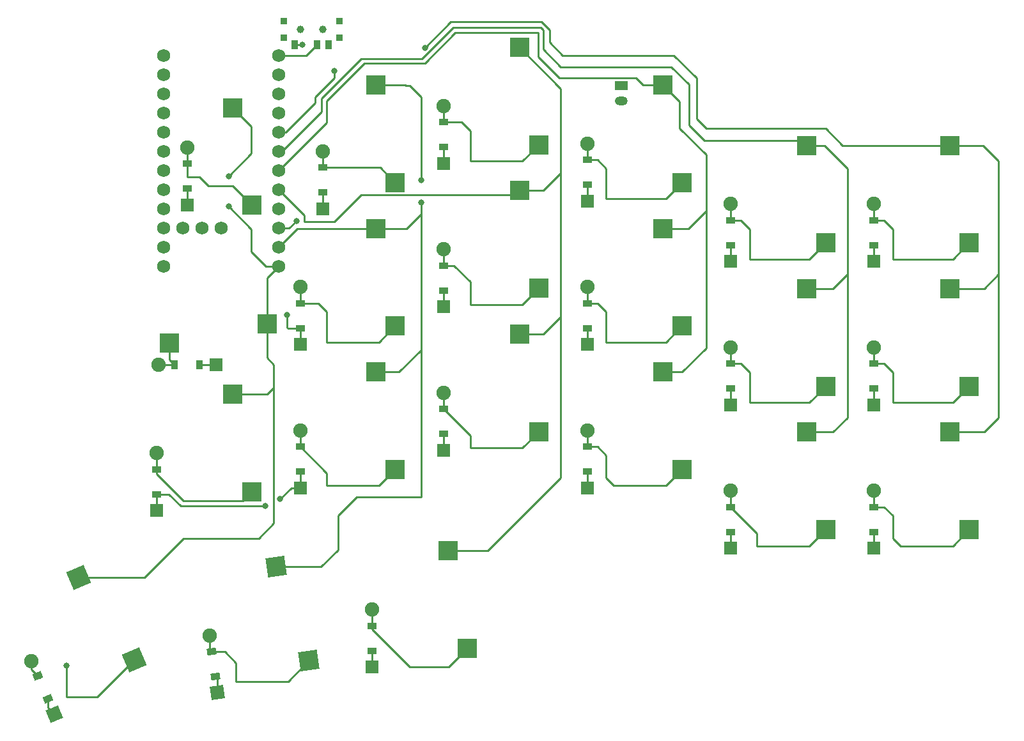
<source format=gbr>
%TF.GenerationSoftware,KiCad,Pcbnew,8.0.6*%
%TF.CreationDate,2024-12-23T22:30:19+01:00*%
%TF.ProjectId,right,72696768-742e-46b6-9963-61645f706362,v1.0.0*%
%TF.SameCoordinates,Original*%
%TF.FileFunction,Copper,L2,Bot*%
%TF.FilePolarity,Positive*%
%FSLAX46Y46*%
G04 Gerber Fmt 4.6, Leading zero omitted, Abs format (unit mm)*
G04 Created by KiCad (PCBNEW 8.0.6) date 2024-12-23 22:30:19*
%MOMM*%
%LPD*%
G01*
G04 APERTURE LIST*
G04 Aperture macros list*
%AMRotRect*
0 Rectangle, with rotation*
0 The origin of the aperture is its center*
0 $1 length*
0 $2 width*
0 $3 Rotation angle, in degrees counterclockwise*
0 Add horizontal line*
21,1,$1,$2,0,0,$3*%
G04 Aperture macros list end*
%TA.AperFunction,SMDPad,CuDef*%
%ADD10R,2.500000X2.550000*%
%TD*%
%TA.AperFunction,SMDPad,CuDef*%
%ADD11RotRect,2.550000X2.500000X278.000000*%
%TD*%
%TA.AperFunction,SMDPad,CuDef*%
%ADD12RotRect,2.550000X2.500000X293.000000*%
%TD*%
%TA.AperFunction,SMDPad,CuDef*%
%ADD13R,2.550000X2.500000*%
%TD*%
%TA.AperFunction,ComponentPad*%
%ADD14C,1.752600*%
%TD*%
%TA.AperFunction,SMDPad,CuDef*%
%ADD15R,1.200000X0.900000*%
%TD*%
%TA.AperFunction,ComponentPad*%
%ADD16R,1.778000X1.778000*%
%TD*%
%TA.AperFunction,ComponentPad*%
%ADD17C,1.905000*%
%TD*%
%TA.AperFunction,SMDPad,CuDef*%
%ADD18RotRect,0.900000X1.200000X98.000000*%
%TD*%
%TA.AperFunction,ComponentPad*%
%ADD19RotRect,1.778000X1.778000X98.000000*%
%TD*%
%TA.AperFunction,SMDPad,CuDef*%
%ADD20RotRect,0.900000X1.200000X113.000000*%
%TD*%
%TA.AperFunction,ComponentPad*%
%ADD21RotRect,1.778000X1.778000X113.000000*%
%TD*%
%TA.AperFunction,SMDPad,CuDef*%
%ADD22R,0.900000X1.200000*%
%TD*%
%TA.AperFunction,ComponentPad*%
%ADD23R,1.700000X1.200000*%
%TD*%
%TA.AperFunction,ComponentPad*%
%ADD24O,1.700000X1.200000*%
%TD*%
%TA.AperFunction,WasherPad*%
%ADD25C,1.000000*%
%TD*%
%TA.AperFunction,SMDPad,CuDef*%
%ADD26R,0.900000X1.250000*%
%TD*%
%TA.AperFunction,SMDPad,CuDef*%
%ADD27R,0.900000X0.900000*%
%TD*%
%TA.AperFunction,ViaPad*%
%ADD28C,0.800000*%
%TD*%
%TA.AperFunction,Conductor*%
%ADD29C,0.250000*%
%TD*%
G04 APERTURE END LIST*
D10*
%TO.P,S1,1*%
%TO.N,P031*%
X299540000Y-152915000D03*
%TO.P,S1,2*%
%TO.N,mirror_ColA_Row1*%
X302080000Y-165842000D03*
%TD*%
%TO.P,S2,1*%
%TO.N,P031*%
X299540000Y-133915000D03*
%TO.P,S2,2*%
%TO.N,mirror_ColA_Row2*%
X302080000Y-146842000D03*
%TD*%
%TO.P,S3,1*%
%TO.N,P031*%
X299540000Y-114915000D03*
%TO.P,S3,2*%
%TO.N,mirror_ColA_Row3*%
X302080000Y-127842000D03*
%TD*%
%TO.P,S4,1*%
%TO.N,P029*%
X280540000Y-152915000D03*
%TO.P,S4,2*%
%TO.N,mirror_ColB_Row1*%
X283080000Y-165842000D03*
%TD*%
%TO.P,S5,1*%
%TO.N,P029*%
X280540000Y-133915000D03*
%TO.P,S5,2*%
%TO.N,mirror_ColB_Row2*%
X283080000Y-146842000D03*
%TD*%
%TO.P,S6,1*%
%TO.N,P029*%
X280540000Y-114915000D03*
%TO.P,S6,2*%
%TO.N,mirror_ColB_Row3*%
X283080000Y-127842000D03*
%TD*%
%TO.P,S7,1*%
%TO.N,P002*%
X261540000Y-144915000D03*
%TO.P,S7,2*%
%TO.N,mirror_ColC_Row1*%
X264080000Y-157842000D03*
%TD*%
%TO.P,S8,1*%
%TO.N,P002*%
X261540000Y-125915000D03*
%TO.P,S8,2*%
%TO.N,mirror_ColC_Row2*%
X264080000Y-138842000D03*
%TD*%
%TO.P,S9,1*%
%TO.N,P002*%
X261540000Y-106915000D03*
%TO.P,S9,2*%
%TO.N,mirror_ColC_Row3*%
X264080000Y-119842000D03*
%TD*%
%TO.P,S10,1*%
%TO.N,P115*%
X242540000Y-139915000D03*
%TO.P,S10,2*%
%TO.N,mirror_ColD_Row1*%
X245080000Y-152842000D03*
%TD*%
%TO.P,S11,1*%
%TO.N,P115*%
X242540000Y-120915000D03*
%TO.P,S11,2*%
%TO.N,mirror_ColD_Row2*%
X245080000Y-133842000D03*
%TD*%
%TO.P,S12,1*%
%TO.N,P115*%
X242540000Y-101915000D03*
%TO.P,S12,2*%
%TO.N,mirror_ColD_Row3*%
X245080000Y-114842000D03*
%TD*%
%TO.P,S13,1*%
%TO.N,P010*%
X223540000Y-144915000D03*
%TO.P,S13,2*%
%TO.N,mirror_ColE_Row1*%
X226080000Y-157842000D03*
%TD*%
%TO.P,S14,1*%
%TO.N,P010*%
X223540000Y-125915000D03*
%TO.P,S14,2*%
%TO.N,mirror_ColE_Row2*%
X226080000Y-138842000D03*
%TD*%
%TO.P,S15,1*%
%TO.N,P010*%
X223540000Y-106915000D03*
%TO.P,S15,2*%
%TO.N,mirror_ColE_Row3*%
X226080000Y-119842000D03*
%TD*%
%TO.P,S16,1*%
%TO.N,P009*%
X204540000Y-147915000D03*
%TO.P,S16,2*%
%TO.N,mirror_ColF_Row1*%
X207080000Y-160842000D03*
%TD*%
%TO.P,S17,1*%
%TO.N,P009*%
X204540000Y-109915000D03*
%TO.P,S17,2*%
%TO.N,mirror_ColF_Row3*%
X207080000Y-122842000D03*
%TD*%
%TO.P,S18,1*%
%TO.N,P115*%
X233040000Y-168665000D03*
%TO.P,S18,2*%
%TO.N,mirror_ColD_Row0*%
X235580000Y-181592000D03*
%TD*%
D11*
%TO.P,S19,1*%
%TO.N,P010*%
X210336781Y-170778506D03*
%TO.P,S19,2*%
%TO.N,mirror_ColE_Row0*%
X214651153Y-183226202D03*
%TD*%
D12*
%TO.P,S20,1*%
%TO.N,P009*%
X184109158Y-172164894D03*
%TO.P,S20,2*%
%TO.N,mirror_ColF_Row0*%
X191498222Y-183071803D03*
%TD*%
D13*
%TO.P,S21,1*%
%TO.N,P009*%
X209085000Y-138540000D03*
%TO.P,S21,2*%
%TO.N,mirror_ColF_Row2*%
X196158000Y-141080000D03*
%TD*%
D14*
%TO.P,MCU1,1*%
%TO.N,P006*%
X195380000Y-103030000D03*
%TO.P,MCU1,2*%
%TO.N,P008*%
X195380000Y-105570000D03*
%TO.P,MCU1,3*%
%TO.N,GND*%
X195380000Y-108110000D03*
%TO.P,MCU1,4*%
X195380000Y-110650000D03*
%TO.P,MCU1,5*%
%TO.N,P017*%
X195380000Y-113190000D03*
%TO.P,MCU1,6*%
%TO.N,P020*%
X195380000Y-115730000D03*
%TO.P,MCU1,7*%
%TO.N,P022*%
X195380000Y-118270000D03*
%TO.P,MCU1,8*%
%TO.N,P024*%
X195380000Y-120810000D03*
%TO.P,MCU1,9*%
%TO.N,P100*%
X195380000Y-123350000D03*
%TO.P,MCU1,10*%
%TO.N,P011*%
X195380000Y-125890000D03*
%TO.P,MCU1,11*%
%TO.N,P104*%
X195380000Y-128430000D03*
%TO.P,MCU1,12*%
%TO.N,P106*%
X195380000Y-130970000D03*
%TO.P,MCU1,13*%
%TO.N,P009*%
X210620000Y-130970000D03*
%TO.P,MCU1,14*%
%TO.N,P010*%
X210620000Y-128430000D03*
%TO.P,MCU1,15*%
%TO.N,P111*%
X210620000Y-125890000D03*
%TO.P,MCU1,16*%
%TO.N,P113*%
X210620000Y-123350000D03*
%TO.P,MCU1,17*%
%TO.N,P115*%
X210620000Y-120810000D03*
%TO.P,MCU1,18*%
%TO.N,P002*%
X210620000Y-118270000D03*
%TO.P,MCU1,19*%
%TO.N,P029*%
X210620000Y-115730000D03*
%TO.P,MCU1,20*%
%TO.N,P031*%
X210620000Y-113190000D03*
%TO.P,MCU1,21*%
%TO.N,VCC*%
X210620000Y-110650000D03*
%TO.P,MCU1,22*%
%TO.N,RST*%
X210620000Y-108110000D03*
%TO.P,MCU1,23*%
%TO.N,GND*%
X210620000Y-105570000D03*
%TO.P,MCU1,24*%
%TO.N,RAW*%
X210620000Y-103030000D03*
%TO.P,MCU1,31*%
%TO.N,P101*%
X197920000Y-125890000D03*
%TO.P,MCU1,32*%
%TO.N,P102*%
X200460000Y-125890000D03*
%TO.P,MCU1,33*%
%TO.N,P107*%
X203000000Y-125890000D03*
%TD*%
D15*
%TO.P,D1,2*%
%TO.N,mirror_ColA_Row1*%
X289500000Y-162850000D03*
%TO.P,D1,1*%
%TO.N,P106*%
X289500000Y-166150000D03*
D16*
X289500000Y-168310000D03*
D17*
%TO.P,D1,2*%
%TO.N,mirror_ColA_Row1*%
X289500000Y-160690000D03*
%TD*%
D15*
%TO.P,D2,2*%
%TO.N,mirror_ColA_Row2*%
X289500000Y-143850000D03*
%TO.P,D2,1*%
%TO.N,P111*%
X289500000Y-147150000D03*
D16*
X289500000Y-149310000D03*
D17*
%TO.P,D2,2*%
%TO.N,mirror_ColA_Row2*%
X289500000Y-141690000D03*
%TD*%
D15*
%TO.P,D3,2*%
%TO.N,mirror_ColA_Row3*%
X289500000Y-124850000D03*
%TO.P,D3,1*%
%TO.N,P113*%
X289500000Y-128150000D03*
D16*
X289500000Y-130310000D03*
D17*
%TO.P,D3,2*%
%TO.N,mirror_ColA_Row3*%
X289500000Y-122690000D03*
%TD*%
D15*
%TO.P,D4,2*%
%TO.N,mirror_ColB_Row1*%
X270500000Y-162850000D03*
%TO.P,D4,1*%
%TO.N,P106*%
X270500000Y-166150000D03*
D16*
X270500000Y-168310000D03*
D17*
%TO.P,D4,2*%
%TO.N,mirror_ColB_Row1*%
X270500000Y-160690000D03*
%TD*%
D15*
%TO.P,D5,2*%
%TO.N,mirror_ColB_Row2*%
X270500000Y-143850000D03*
%TO.P,D5,1*%
%TO.N,P111*%
X270500000Y-147150000D03*
D16*
X270500000Y-149310000D03*
D17*
%TO.P,D5,2*%
%TO.N,mirror_ColB_Row2*%
X270500000Y-141690000D03*
%TD*%
D15*
%TO.P,D6,2*%
%TO.N,mirror_ColB_Row3*%
X270500000Y-124850000D03*
%TO.P,D6,1*%
%TO.N,P113*%
X270500000Y-128150000D03*
D16*
X270500000Y-130310000D03*
D17*
%TO.P,D6,2*%
%TO.N,mirror_ColB_Row3*%
X270500000Y-122690000D03*
%TD*%
D15*
%TO.P,D7,2*%
%TO.N,mirror_ColC_Row1*%
X251500000Y-154850000D03*
%TO.P,D7,1*%
%TO.N,P106*%
X251500000Y-158150000D03*
D16*
X251500000Y-160310000D03*
D17*
%TO.P,D7,2*%
%TO.N,mirror_ColC_Row1*%
X251500000Y-152690000D03*
%TD*%
D15*
%TO.P,D8,2*%
%TO.N,mirror_ColC_Row2*%
X251500000Y-135850000D03*
%TO.P,D8,1*%
%TO.N,P111*%
X251500000Y-139150000D03*
D16*
X251500000Y-141310000D03*
D17*
%TO.P,D8,2*%
%TO.N,mirror_ColC_Row2*%
X251500000Y-133690000D03*
%TD*%
D15*
%TO.P,D9,2*%
%TO.N,mirror_ColC_Row3*%
X251500000Y-116850000D03*
%TO.P,D9,1*%
%TO.N,P113*%
X251500000Y-120150000D03*
D16*
X251500000Y-122310000D03*
D17*
%TO.P,D9,2*%
%TO.N,mirror_ColC_Row3*%
X251500000Y-114690000D03*
%TD*%
D15*
%TO.P,D10,2*%
%TO.N,mirror_ColD_Row1*%
X232500000Y-149850000D03*
%TO.P,D10,1*%
%TO.N,P106*%
X232500000Y-153150000D03*
D16*
X232500000Y-155310000D03*
D17*
%TO.P,D10,2*%
%TO.N,mirror_ColD_Row1*%
X232500000Y-147690000D03*
%TD*%
D15*
%TO.P,D11,2*%
%TO.N,mirror_ColD_Row2*%
X232500000Y-130850000D03*
%TO.P,D11,1*%
%TO.N,P111*%
X232500000Y-134150000D03*
D16*
X232500000Y-136310000D03*
D17*
%TO.P,D11,2*%
%TO.N,mirror_ColD_Row2*%
X232500000Y-128690000D03*
%TD*%
D15*
%TO.P,D12,2*%
%TO.N,mirror_ColD_Row3*%
X232500000Y-111850000D03*
%TO.P,D12,1*%
%TO.N,P113*%
X232500000Y-115150000D03*
D16*
X232500000Y-117310000D03*
D17*
%TO.P,D12,2*%
%TO.N,mirror_ColD_Row3*%
X232500000Y-109690000D03*
%TD*%
D15*
%TO.P,D13,2*%
%TO.N,mirror_ColE_Row1*%
X213500000Y-154850000D03*
%TO.P,D13,1*%
%TO.N,P106*%
X213500000Y-158150000D03*
D16*
X213500000Y-160310000D03*
D17*
%TO.P,D13,2*%
%TO.N,mirror_ColE_Row1*%
X213500000Y-152690000D03*
%TD*%
D15*
%TO.P,D14,2*%
%TO.N,mirror_ColF_Row1*%
X194500000Y-157850000D03*
%TO.P,D14,1*%
%TO.N,P106*%
X194500000Y-161150000D03*
D16*
X194500000Y-163310000D03*
D17*
%TO.P,D14,2*%
%TO.N,mirror_ColF_Row1*%
X194500000Y-155690000D03*
%TD*%
D15*
%TO.P,D15,2*%
%TO.N,mirror_ColD_Row0*%
X223000000Y-178600000D03*
%TO.P,D15,1*%
%TO.N,P104*%
X223000000Y-181900000D03*
D16*
X223000000Y-184060000D03*
D17*
%TO.P,D15,2*%
%TO.N,mirror_ColD_Row0*%
X223000000Y-176440000D03*
%TD*%
D18*
%TO.P,D16,2*%
%TO.N,mirror_ColE_Row0*%
X201777174Y-182014118D03*
%TO.P,D16,1*%
%TO.N,P104*%
X202236446Y-185282002D03*
D19*
X202537060Y-187420981D03*
D17*
%TO.P,D16,2*%
%TO.N,mirror_ColE_Row0*%
X201476560Y-179875139D03*
%TD*%
D20*
%TO.P,D17,2*%
%TO.N,mirror_ColF_Row0*%
X178749203Y-185233051D03*
%TO.P,D17,1*%
%TO.N,P104*%
X180038615Y-188270717D03*
D21*
X180882595Y-190259007D03*
D17*
%TO.P,D17,2*%
%TO.N,mirror_ColF_Row0*%
X177905223Y-183244761D03*
%TD*%
D22*
%TO.P,D18,2*%
%TO.N,mirror_ColF_Row2*%
X196850000Y-144000000D03*
%TO.P,D18,1*%
%TO.N,P111*%
X200150000Y-144000000D03*
D16*
X202310000Y-144000000D03*
D17*
%TO.P,D18,2*%
%TO.N,mirror_ColF_Row2*%
X194690000Y-144000000D03*
%TD*%
D15*
%TO.P,D19,2*%
%TO.N,mirror_ColF_Row3*%
X198500000Y-117350000D03*
%TO.P,D19,1*%
%TO.N,P113*%
X198500000Y-120650000D03*
D16*
X198500000Y-122810000D03*
D17*
%TO.P,D19,2*%
%TO.N,mirror_ColF_Row3*%
X198500000Y-115190000D03*
%TD*%
D15*
%TO.P,D20,2*%
%TO.N,mirror_ColE_Row3*%
X216500000Y-117850000D03*
%TO.P,D20,1*%
%TO.N,P113*%
X216500000Y-121150000D03*
D16*
X216500000Y-123310000D03*
D17*
%TO.P,D20,2*%
%TO.N,mirror_ColE_Row3*%
X216500000Y-115690000D03*
%TD*%
D15*
%TO.P,D21,2*%
%TO.N,mirror_ColE_Row2*%
X213500000Y-135850000D03*
%TO.P,D21,1*%
%TO.N,P111*%
X213500000Y-139150000D03*
D16*
X213500000Y-141310000D03*
D17*
%TO.P,D21,2*%
%TO.N,mirror_ColE_Row2*%
X213500000Y-133690000D03*
%TD*%
D23*
%TO.P,JST1,1*%
%TO.N,pos*%
X256000000Y-107000000D03*
D24*
%TO.P,JST1,2*%
%TO.N,GND*%
X256000000Y-109000000D03*
%TD*%
D25*
%TO.P,T1,*%
%TO.N,*%
X216500000Y-99500000D03*
X213500000Y-99500000D03*
D26*
%TO.P,T1,1*%
%TO.N,pos*%
X212750000Y-101575000D03*
%TO.P,T1,2*%
%TO.N,RAW*%
X215750000Y-101575000D03*
%TO.P,T1,3*%
%TO.N,N/C*%
X217250000Y-101575000D03*
D27*
%TO.P,T1,*%
%TO.N,*%
X218700000Y-98400000D03*
X218700000Y-100600000D03*
X211300000Y-100600000D03*
X211300000Y-98400000D03*
%TD*%
D28*
%TO.N,pos*%
X213800000Y-101600000D03*
%TO.N,mirror_ColF_Row0*%
X182500000Y-183900000D03*
%TO.N,P106*%
X210800000Y-161800000D03*
X208900000Y-162700000D03*
%TO.N,P111*%
X211700000Y-137400000D03*
X213000000Y-124900000D03*
%TO.N,P010*%
X229500000Y-122500000D03*
X229500000Y-119500000D03*
%TO.N,P009*%
X204000000Y-119000000D03*
X204000000Y-123000000D03*
%TO.N,P031*%
X218000000Y-105000000D03*
X229987347Y-101987347D03*
%TD*%
D29*
%TO.N,mirror_ColF_Row3*%
X198500000Y-115190000D02*
X198500000Y-117350000D01*
%TO.N,P113*%
X198500000Y-122810000D02*
X198500000Y-120650000D01*
%TO.N,mirror_ColF_Row2*%
X196850000Y-144000000D02*
X194690000Y-144000000D01*
%TO.N,P106*%
X232500000Y-153150000D02*
X232500000Y-155310000D01*
%TO.N,pos*%
X213775000Y-101575000D02*
X213800000Y-101600000D01*
X212750000Y-101575000D02*
X213775000Y-101575000D01*
%TO.N,P104*%
X180038615Y-188270717D02*
X180038615Y-189415027D01*
X180038615Y-189415027D02*
X180882595Y-190259007D01*
%TO.N,P106*%
X194500000Y-161150000D02*
X194500000Y-163310000D01*
%TO.N,mirror_ColF_Row1*%
X194500000Y-155690000D02*
X194500000Y-157850000D01*
%TO.N,P111*%
X200150000Y-144000000D02*
X202310000Y-144000000D01*
%TO.N,P113*%
X216500000Y-123310000D02*
X216500000Y-121150000D01*
%TO.N,P111*%
X213500000Y-139150000D02*
X213500000Y-141310000D01*
%TO.N,P106*%
X213500000Y-158150000D02*
X213500000Y-160310000D01*
%TO.N,P104*%
X202537060Y-187420981D02*
X202537060Y-185582616D01*
X202537060Y-185582616D02*
X202236446Y-185282002D01*
X223000000Y-181900000D02*
X223000000Y-184060000D01*
%TO.N,P111*%
X232500000Y-136310000D02*
X232500000Y-134150000D01*
%TO.N,P113*%
X232500000Y-115150000D02*
X232500000Y-117310000D01*
X251500000Y-122310000D02*
X251500000Y-120150000D01*
%TO.N,P111*%
X251500000Y-139150000D02*
X251500000Y-141310000D01*
%TO.N,P106*%
X251500000Y-160310000D02*
X251500000Y-158150000D01*
X270500000Y-166150000D02*
X270500000Y-168310000D01*
%TO.N,P111*%
X270500000Y-147150000D02*
X270500000Y-149310000D01*
%TO.N,P113*%
X270500000Y-128150000D02*
X270500000Y-130310000D01*
%TO.N,P106*%
X289500000Y-168310000D02*
X289500000Y-166150000D01*
%TO.N,P111*%
X289500000Y-147150000D02*
X289500000Y-149310000D01*
%TO.N,P113*%
X289500000Y-128150000D02*
X289500000Y-130310000D01*
%TO.N,mirror_ColF_Row0*%
X182500000Y-183900000D02*
X182500000Y-185500000D01*
%TO.N,P106*%
X194500000Y-161150000D02*
X196100000Y-161150000D01*
X196100000Y-161150000D02*
X197650000Y-162700000D01*
X197650000Y-162700000D02*
X208900000Y-162700000D01*
X210800000Y-161800000D02*
X212290000Y-160310000D01*
X212290000Y-160310000D02*
X213500000Y-160310000D01*
%TO.N,P111*%
X211700000Y-137400000D02*
X211700000Y-139000000D01*
X211700000Y-139000000D02*
X211850000Y-139150000D01*
X211850000Y-139150000D02*
X213500000Y-139150000D01*
X211700000Y-137400000D02*
X211800000Y-137500000D01*
X212010000Y-125890000D02*
X213000000Y-124900000D01*
X210620000Y-125890000D02*
X212010000Y-125890000D01*
%TO.N,P002*%
X267250000Y-141750000D02*
X267250000Y-123600000D01*
X267250000Y-123600000D02*
X267250000Y-116150000D01*
X261540000Y-125915000D02*
X264935000Y-125915000D01*
X264935000Y-125915000D02*
X267250000Y-123600000D01*
X263750000Y-112650000D02*
X263750000Y-109125000D01*
X261540000Y-144915000D02*
X264085000Y-144915000D01*
X264085000Y-144915000D02*
X267250000Y-141750000D01*
X267250000Y-116150000D02*
X263750000Y-112650000D01*
X263750000Y-109125000D02*
X261540000Y-106915000D01*
%TO.N,P029*%
X267000000Y-114250000D02*
X265000000Y-112250000D01*
X262650000Y-104500000D02*
X248000000Y-104500000D01*
X245350000Y-99250000D02*
X233750000Y-99250000D01*
X265000000Y-112250000D02*
X265000000Y-106850000D01*
X265000000Y-106850000D02*
X262650000Y-104500000D01*
X279875000Y-114250000D02*
X267000000Y-114250000D01*
X248000000Y-104500000D02*
X245700000Y-102200000D01*
X245700000Y-99600000D02*
X245350000Y-99250000D01*
X245700000Y-102200000D02*
X245700000Y-99600000D01*
X221600000Y-103400000D02*
X216300000Y-108700000D01*
X233750000Y-99250000D02*
X229600000Y-103400000D01*
X280540000Y-114915000D02*
X279875000Y-114250000D01*
X216300000Y-110500000D02*
X211070000Y-115730000D01*
X229600000Y-103400000D02*
X221600000Y-103400000D01*
X216300000Y-108700000D02*
X216300000Y-110500000D01*
X211070000Y-115730000D02*
X210620000Y-115730000D01*
%TO.N,P002*%
X261540000Y-106915000D02*
X258915000Y-106915000D01*
X258915000Y-106915000D02*
X258000000Y-106000000D01*
X222000000Y-104000000D02*
X217000000Y-109000000D01*
X247800000Y-106000000D02*
X245000000Y-103200000D01*
X258000000Y-106000000D02*
X247800000Y-106000000D01*
X245000000Y-100000000D02*
X234000000Y-100000000D01*
X245000000Y-103200000D02*
X245000000Y-100000000D01*
X234000000Y-100000000D02*
X230000000Y-104000000D01*
X217000000Y-109000000D02*
X217000000Y-111890000D01*
X230000000Y-104000000D02*
X222000000Y-104000000D01*
X217000000Y-111890000D02*
X210620000Y-118270000D01*
%TO.N,P031*%
X299540000Y-114915000D02*
X285315000Y-114915000D01*
X245418198Y-98550000D02*
X233450000Y-98550000D01*
X230012653Y-101987347D02*
X229987347Y-101987347D01*
X267300000Y-112700000D02*
X266000000Y-111400000D01*
X246500000Y-99631802D02*
X245418198Y-98550000D01*
X285315000Y-114915000D02*
X283100000Y-112700000D01*
X266000000Y-106000000D02*
X263000000Y-103000000D01*
X283100000Y-112700000D02*
X267300000Y-112700000D01*
X266000000Y-111400000D02*
X266000000Y-106000000D01*
X248250000Y-103000000D02*
X246500000Y-101250000D01*
X263000000Y-103000000D02*
X248250000Y-103000000D01*
X246500000Y-101250000D02*
X246500000Y-99631802D01*
X233450000Y-98550000D02*
X230012653Y-101987347D01*
X306000000Y-151000000D02*
X306000000Y-132000000D01*
X299540000Y-133915000D02*
X304085000Y-133915000D01*
X306000000Y-132000000D02*
X306000000Y-117000000D01*
X304085000Y-133915000D02*
X306000000Y-132000000D01*
X299540000Y-152915000D02*
X304085000Y-152915000D01*
X304085000Y-152915000D02*
X306000000Y-151000000D01*
X306000000Y-117000000D02*
X303915000Y-114915000D01*
X303915000Y-114915000D02*
X299540000Y-114915000D01*
%TO.N,P029*%
X286000000Y-151000000D02*
X286000000Y-132000000D01*
X286000000Y-132000000D02*
X286000000Y-118000000D01*
X280540000Y-133915000D02*
X284085000Y-133915000D01*
X284085000Y-133915000D02*
X286000000Y-132000000D01*
X280540000Y-152915000D02*
X284085000Y-152915000D01*
X284085000Y-152915000D02*
X286000000Y-151000000D01*
X286000000Y-118000000D02*
X282915000Y-114915000D01*
X282915000Y-114915000D02*
X280540000Y-114915000D01*
%TO.N,mirror_ColA_Row1*%
X289500000Y-162850000D02*
X290850000Y-162850000D01*
X290850000Y-162850000D02*
X292000000Y-164000000D01*
X292000000Y-164000000D02*
X292000000Y-167000000D01*
X293000000Y-168000000D02*
X299922000Y-168000000D01*
X292000000Y-167000000D02*
X293000000Y-168000000D01*
X299922000Y-168000000D02*
X302080000Y-165842000D01*
%TO.N,mirror_ColA_Row2*%
X292000000Y-145000000D02*
X292000000Y-149000000D01*
X289500000Y-143850000D02*
X290850000Y-143850000D01*
X290850000Y-143850000D02*
X292000000Y-145000000D01*
X292000000Y-149000000D02*
X299922000Y-149000000D01*
X299922000Y-149000000D02*
X302080000Y-146842000D01*
X289500000Y-141690000D02*
X289500000Y-143850000D01*
%TO.N,mirror_ColA_Row3*%
X292000000Y-126000000D02*
X292000000Y-130000000D01*
X299922000Y-130000000D02*
X302080000Y-127842000D01*
%TO.N,mirror_ColB_Row2*%
X273000000Y-145000000D02*
X273000000Y-149000000D01*
X270500000Y-143850000D02*
X271850000Y-143850000D01*
X280922000Y-149000000D02*
X283080000Y-146842000D01*
X271850000Y-143850000D02*
X273000000Y-145000000D01*
X273000000Y-149000000D02*
X280922000Y-149000000D01*
X270500000Y-141690000D02*
X270500000Y-143850000D01*
%TO.N,mirror_ColB_Row3*%
X273000000Y-126000000D02*
X273000000Y-130000000D01*
X280922000Y-130000000D02*
X283080000Y-127842000D01*
X270500000Y-124850000D02*
X271850000Y-124850000D01*
X273000000Y-130000000D02*
X280922000Y-130000000D01*
X271850000Y-124850000D02*
X273000000Y-126000000D01*
X270500000Y-122690000D02*
X270500000Y-124850000D01*
%TO.N,mirror_ColC_Row1*%
X251500000Y-154850000D02*
X252850000Y-154850000D01*
X254000000Y-156000000D02*
X254000000Y-159000000D01*
X252850000Y-154850000D02*
X254000000Y-156000000D01*
X261922000Y-160000000D02*
X264080000Y-157842000D01*
X254000000Y-159000000D02*
X255000000Y-160000000D01*
X255000000Y-160000000D02*
X261922000Y-160000000D01*
%TO.N,mirror_ColC_Row2*%
X251500000Y-135850000D02*
X252850000Y-135850000D01*
X254000000Y-137000000D02*
X254000000Y-141000000D01*
X252850000Y-135850000D02*
X254000000Y-137000000D01*
X254000000Y-141000000D02*
X261922000Y-141000000D01*
X261922000Y-141000000D02*
X264080000Y-138842000D01*
X251500000Y-133690000D02*
X251500000Y-135850000D01*
%TO.N,P115*%
X248000000Y-159000000D02*
X248000000Y-137600000D01*
X248000000Y-137600000D02*
X248000000Y-118600000D01*
X242540000Y-139915000D02*
X245685000Y-139915000D01*
X245685000Y-139915000D02*
X248000000Y-137600000D01*
X248000000Y-118600000D02*
X248000000Y-107375000D01*
X242540000Y-120915000D02*
X245685000Y-120915000D01*
X245685000Y-120915000D02*
X248000000Y-118600000D01*
X233040000Y-168665000D02*
X238335000Y-168665000D01*
X238335000Y-168665000D02*
X248000000Y-159000000D01*
X248000000Y-107375000D02*
X242540000Y-101915000D01*
%TO.N,mirror_ColF_Row0*%
X178749203Y-185233051D02*
X179016152Y-185500000D01*
X182500000Y-185500000D02*
X182500000Y-188000000D01*
X182500000Y-188000000D02*
X186570025Y-188000000D01*
X186570025Y-188000000D02*
X191498222Y-183071803D01*
%TO.N,mirror_ColE_Row0*%
X201777174Y-182014118D02*
X203514118Y-182014118D01*
X203514118Y-182014118D02*
X205000000Y-183500000D01*
X205000000Y-183500000D02*
X205000000Y-186000000D01*
X205000000Y-186000000D02*
X211877355Y-186000000D01*
X211877355Y-186000000D02*
X214651153Y-183226202D01*
%TO.N,P010*%
X229500000Y-142000000D02*
X229500000Y-124000000D01*
X227585000Y-125915000D02*
X229500000Y-124000000D01*
X229500000Y-124000000D02*
X229500000Y-122500000D01*
X223540000Y-125915000D02*
X227585000Y-125915000D01*
X229500000Y-161500000D02*
X229500000Y-142000000D01*
X223540000Y-144915000D02*
X226585000Y-144915000D01*
X226585000Y-144915000D02*
X229500000Y-142000000D01*
X227415000Y-106915000D02*
X223540000Y-106915000D01*
X229500000Y-119500000D02*
X229500000Y-108500000D01*
X229500000Y-108500000D02*
X228000000Y-107000000D01*
X218500000Y-168500000D02*
X218500000Y-164000000D01*
X210336781Y-170778506D02*
X216221494Y-170778506D01*
X221000000Y-161500000D02*
X229500000Y-161500000D01*
X228000000Y-107000000D02*
X227500000Y-107000000D01*
X216221494Y-170778506D02*
X218500000Y-168500000D01*
X218500000Y-164000000D02*
X221000000Y-161500000D01*
X227500000Y-107000000D02*
X227415000Y-106915000D01*
%TO.N,mirror_ColE_Row3*%
X216500000Y-117850000D02*
X224088000Y-117850000D01*
X224088000Y-117850000D02*
X226080000Y-119842000D01*
X216500000Y-115690000D02*
X216500000Y-117850000D01*
%TO.N,mirror_ColE_Row2*%
X213500000Y-135850000D02*
X215850000Y-135850000D01*
X217000000Y-137000000D02*
X217000000Y-141000000D01*
X215850000Y-135850000D02*
X217000000Y-137000000D01*
X217000000Y-141000000D02*
X223922000Y-141000000D01*
X223922000Y-141000000D02*
X226080000Y-138842000D01*
X213500000Y-133690000D02*
X213500000Y-135850000D01*
%TO.N,mirror_ColD_Row1*%
X232500000Y-149850000D02*
X236000000Y-153350000D01*
X236000000Y-153350000D02*
X236000000Y-155000000D01*
X236000000Y-155000000D02*
X242922000Y-155000000D01*
X242922000Y-155000000D02*
X245080000Y-152842000D01*
%TO.N,mirror_ColD_Row2*%
X232500000Y-130850000D02*
X233850000Y-130850000D01*
X236000000Y-133000000D02*
X236000000Y-136000000D01*
X233850000Y-130850000D02*
X236000000Y-133000000D01*
X236000000Y-136000000D02*
X242922000Y-136000000D01*
X242922000Y-136000000D02*
X245080000Y-133842000D01*
X232500000Y-128690000D02*
X232500000Y-130850000D01*
%TO.N,mirror_ColD_Row3*%
X236000000Y-113000000D02*
X236000000Y-117000000D01*
X232500000Y-111850000D02*
X234850000Y-111850000D01*
X234850000Y-111850000D02*
X236000000Y-113000000D01*
X236000000Y-117000000D02*
X242922000Y-117000000D01*
X242922000Y-117000000D02*
X245080000Y-114842000D01*
X232500000Y-109690000D02*
X232500000Y-111850000D01*
%TO.N,mirror_ColC_Row3*%
X254000000Y-118000000D02*
X254000000Y-122000000D01*
X251500000Y-116850000D02*
X252850000Y-116850000D01*
X252850000Y-116850000D02*
X254000000Y-118000000D01*
X254000000Y-122000000D02*
X261922000Y-122000000D01*
X261922000Y-122000000D02*
X264080000Y-119842000D01*
X251500000Y-114690000D02*
X251500000Y-116850000D01*
%TO.N,mirror_ColF_Row3*%
X200100000Y-119100000D02*
X201300000Y-120300000D01*
X198500000Y-119100000D02*
X200100000Y-119100000D01*
X198500000Y-117350000D02*
X198500000Y-119100000D01*
X204538000Y-120300000D02*
X207080000Y-122842000D01*
X201300000Y-120300000D02*
X204538000Y-120300000D01*
%TO.N,P031*%
X218000000Y-105000000D02*
X218000000Y-106000000D01*
X215500000Y-109300000D02*
X211610000Y-113190000D01*
X218000000Y-106000000D02*
X215500000Y-108500000D01*
X215500000Y-108500000D02*
X215500000Y-109300000D01*
X211610000Y-113190000D02*
X210620000Y-113190000D01*
%TO.N,P009*%
X207000000Y-126000000D02*
X207000000Y-129000000D01*
X207000000Y-112375000D02*
X207000000Y-116000000D01*
X207000000Y-116000000D02*
X204000000Y-119000000D01*
X204540000Y-109915000D02*
X207000000Y-112375000D01*
X204000000Y-123000000D02*
X207000000Y-126000000D01*
X207000000Y-129000000D02*
X208970000Y-130970000D01*
X208970000Y-130970000D02*
X210620000Y-130970000D01*
X210000000Y-165000000D02*
X210000000Y-147000000D01*
X204540000Y-147915000D02*
X209085000Y-147915000D01*
X210000000Y-147000000D02*
X210000000Y-144000000D01*
X209085000Y-147915000D02*
X210000000Y-147000000D01*
X184109158Y-172164894D02*
X192835106Y-172164894D01*
X192835106Y-172164894D02*
X198000000Y-167000000D01*
X198000000Y-167000000D02*
X208000000Y-167000000D01*
X208000000Y-167000000D02*
X210000000Y-165000000D01*
X210000000Y-144000000D02*
X209085000Y-143085000D01*
X209085000Y-143085000D02*
X209085000Y-138540000D01*
%TO.N,mirror_ColF_Row2*%
X196158000Y-141080000D02*
X196158000Y-143308000D01*
X196158000Y-143308000D02*
X196850000Y-144000000D01*
%TO.N,mirror_ColA_Row1*%
X289500000Y-160690000D02*
X289500000Y-162850000D01*
%TO.N,mirror_ColB_Row1*%
X270500000Y-162850000D02*
X274000000Y-166350000D01*
X274000000Y-166350000D02*
X274000000Y-168000000D01*
X280922000Y-168000000D02*
X283080000Y-165842000D01*
X274000000Y-168000000D02*
X280922000Y-168000000D01*
X270500000Y-160690000D02*
X270500000Y-162850000D01*
%TO.N,mirror_ColC_Row1*%
X251500000Y-152690000D02*
X251500000Y-154850000D01*
%TO.N,mirror_ColD_Row1*%
X232500000Y-147690000D02*
X232500000Y-149850000D01*
%TO.N,mirror_ColE_Row1*%
X213500000Y-154850000D02*
X217000000Y-158350000D01*
X223922000Y-160000000D02*
X226080000Y-157842000D01*
X217000000Y-158350000D02*
X217000000Y-160000000D01*
X217000000Y-160000000D02*
X223922000Y-160000000D01*
X213500000Y-152690000D02*
X213500000Y-154850000D01*
%TO.N,mirror_ColF_Row1*%
X194500000Y-158500000D02*
X198000000Y-162000000D01*
X194500000Y-157850000D02*
X194500000Y-158500000D01*
X198000000Y-162000000D02*
X205922000Y-162000000D01*
X205922000Y-162000000D02*
X207080000Y-160842000D01*
%TO.N,mirror_ColD_Row0*%
X223000000Y-178600000D02*
X223000000Y-179000000D01*
X223000000Y-179000000D02*
X228000000Y-184000000D01*
X228000000Y-184000000D02*
X233172000Y-184000000D01*
X233172000Y-184000000D02*
X235580000Y-181592000D01*
X223000000Y-176440000D02*
X223000000Y-178600000D01*
%TO.N,mirror_ColE_Row0*%
X201476560Y-179875139D02*
X201476560Y-181713504D01*
X201476560Y-181713504D02*
X201777174Y-182014118D01*
%TO.N,mirror_ColF_Row0*%
X177905223Y-183244761D02*
X177905223Y-184389071D01*
X177905223Y-184389071D02*
X178749203Y-185233051D01*
%TO.N,RAW*%
X215750000Y-101575000D02*
X214295000Y-103030000D01*
X214295000Y-103030000D02*
X210620000Y-103030000D01*
%TO.N,P009*%
X209085000Y-138540000D02*
X209085000Y-132505000D01*
X209085000Y-132505000D02*
X210620000Y-130970000D01*
%TO.N,P010*%
X223540000Y-125915000D02*
X213135000Y-125915000D01*
X213135000Y-125915000D02*
X210620000Y-128430000D01*
%TO.N,P115*%
X242540000Y-120915000D02*
X242013000Y-121442000D01*
X242013000Y-121442000D02*
X221558000Y-121442000D01*
X221558000Y-121442000D02*
X218000000Y-125000000D01*
X218000000Y-125000000D02*
X214000000Y-125000000D01*
X214000000Y-125000000D02*
X214000000Y-124190000D01*
X214000000Y-124190000D02*
X210620000Y-120810000D01*
%TO.N,mirror_ColA_Row3*%
X292000000Y-130000000D02*
X299922000Y-130000000D01*
X289500000Y-124850000D02*
X290850000Y-124850000D01*
X290850000Y-124850000D02*
X292000000Y-126000000D01*
X289500000Y-122690000D02*
X289500000Y-124850000D01*
%TD*%
M02*

</source>
